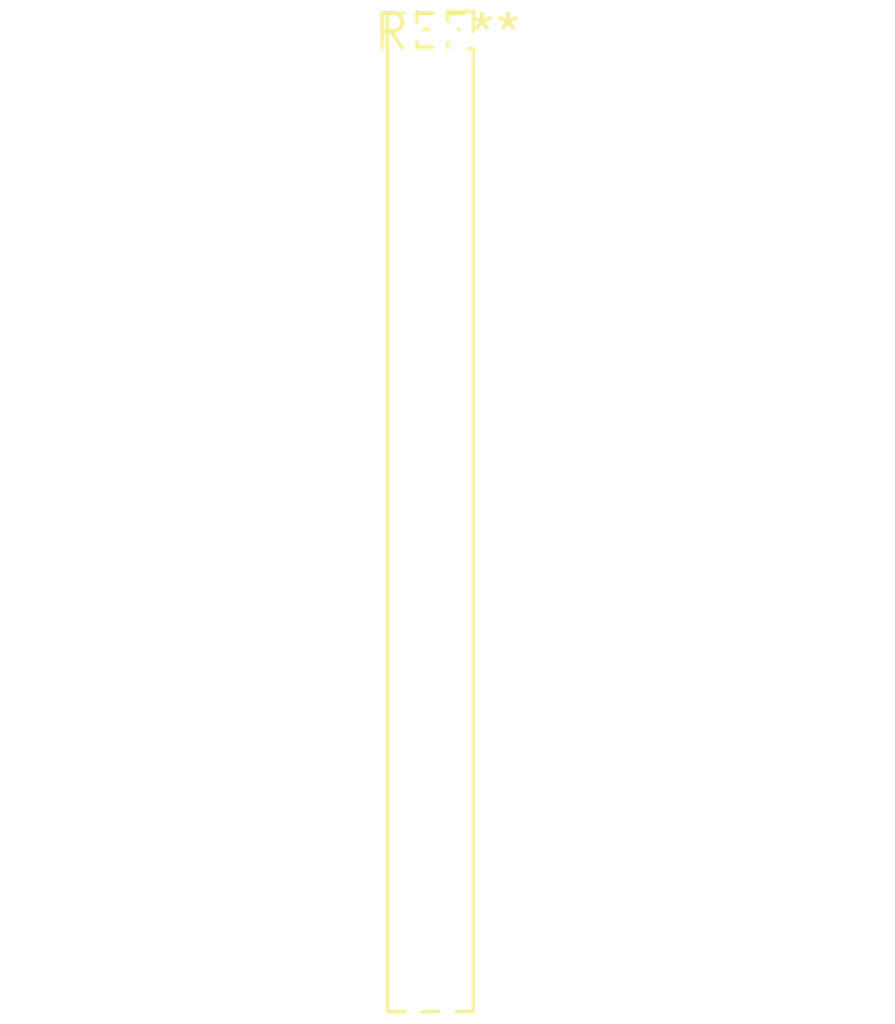
<source format=kicad_pcb>
(kicad_pcb (version 20240108) (generator pcbnew)
  (layers (0 "F.Cu" signal) (31 "B.Cu" signal) (34 "B.Paste" user) (35 "F.Paste" user) (36 "B.SilkS" user "B.Silkscreen") (37 "F.SilkS" user "F.Silkscreen") (38 "B.Mask" user) (39 "F.Mask" user) (44 "Edge.Cuts" user))
  (net 0 "")
  (footprint "PinSocket_2x29_P1.27mm_Vertical" (layer "F.Cu") (at 0 0)
    (property "Reference" "REF**")
    (property "Value" "PinSocket_2x29_P1.27mm_Vertical")
    (fp_line (start -2.22 -0.695) (end -2.22 36.255) (layer "F.SilkS") (stroke (width 0.12)))
    (fp_line (start -2.22 -0.695) (end -1.57753 -0.695) (layer "F.SilkS") (stroke (width 0.12)))
    (fp_line (start -2.22 36.255) (end -1.57753 36.255) (layer "F.SilkS") (stroke (width 0.12)))
    (fp_line (start -0.96247 -0.695) (end -0.76 -0.695) (layer "F.SilkS") (stroke (width 0.12)))
    (fp_line (start -0.96247 36.255) (end -0.30753 36.255) (layer "F.SilkS") (stroke (width 0.12)))
    (fp_line (start 0 -0.76) (end 0.95 -0.76) (layer "F.SilkS") (stroke (width 0.12)))
    (fp_line (start 0.30753 36.255) (end 0.95 36.255) (layer "F.SilkS") (stroke (width 0.12)))
    (fp_line (start 0.76 0.635) (end 0.95 0.635) (layer "F.SilkS") (stroke (width 0.12)))
    (fp_line (start 0.95 -0.76) (end 0.95 0) (layer "F.SilkS") (stroke (width 0.12)))
    (fp_line (start 0.95 0.635) (end 0.95 36.255) (layer "F.SilkS") (stroke (width 0.12)))
    (pad "1" thru_hole rect (at 0 0) (size 1 1) (drill 0.7) (layers *.Cu *.Mask) (remove_unused_layers))
    (pad "2" thru_hole oval (at -1.27 0) (size 1 1) (drill 0.7) (layers *.Cu *.Mask) (remove_unused_layers))
    (pad "3" thru_hole oval (at 0 1.27) (size 1 1) (drill 0.7) (layers *.Cu *.Mask) (remove_unused_layers))
    (pad "4" thru_hole oval (at -1.27 1.27) (size 1 1) (drill 0.7) (layers *.Cu *.Mask) (remove_unused_layers))
    (pad "5" thru_hole oval (at 0 2.54) (size 1 1) (drill 0.7) (layers *.Cu *.Mask) (remove_unused_layers))
    (pad "6" thru_hole oval (at -1.27 2.54) (size 1 1) (drill 0.7) (layers *.Cu *.Mask) (remove_unused_layers))
    (pad "7" thru_hole oval (at 0 3.81) (size 1 1) (drill 0.7) (layers *.Cu *.Mask) (remove_unused_layers))
    (pad "8" thru_hole oval (at -1.27 3.81) (size 1 1) (drill 0.7) (layers *.Cu *.Mask) (remove_unused_layers))
    (pad "9" thru_hole oval (at 0 5.08) (size 1 1) (drill 0.7) (layers *.Cu *.Mask) (remove_unused_layers))
    (pad "10" thru_hole oval (at -1.27 5.08) (size 1 1) (drill 0.7) (layers *.Cu *.Mask) (remove_unused_layers))
    (pad "11" thru_hole oval (at 0 6.35) (size 1 1) (drill 0.7) (layers *.Cu *.Mask) (remove_unused_layers))
    (pad "12" thru_hole oval (at -1.27 6.35) (size 1 1) (drill 0.7) (layers *.Cu *.Mask) (remove_unused_layers))
    (pad "13" thru_hole oval (at 0 7.62) (size 1 1) (drill 0.7) (layers *.Cu *.Mask) (remove_unused_layers))
    (pad "14" thru_hole oval (at -1.27 7.62) (size 1 1) (drill 0.7) (layers *.Cu *.Mask) (remove_unused_layers))
    (pad "15" thru_hole oval (at 0 8.89) (size 1 1) (drill 0.7) (layers *.Cu *.Mask) (remove_unused_layers))
    (pad "16" thru_hole oval (at -1.27 8.89) (size 1 1) (drill 0.7) (layers *.Cu *.Mask) (remove_unused_layers))
    (pad "17" thru_hole oval (at 0 10.16) (size 1 1) (drill 0.7) (layers *.Cu *.Mask) (remove_unused_layers))
    (pad "18" thru_hole oval (at -1.27 10.16) (size 1 1) (drill 0.7) (layers *.Cu *.Mask) (remove_unused_layers))
    (pad "19" thru_hole oval (at 0 11.43) (size 1 1) (drill 0.7) (layers *.Cu *.Mask) (remove_unused_layers))
    (pad "20" thru_hole oval (at -1.27 11.43) (size 1 1) (drill 0.7) (layers *.Cu *.Mask) (remove_unused_layers))
    (pad "21" thru_hole oval (at 0 12.7) (size 1 1) (drill 0.7) (layers *.Cu *.Mask) (remove_unused_layers))
    (pad "22" thru_hole oval (at -1.27 12.7) (size 1 1) (drill 0.7) (layers *.Cu *.Mask) (remove_unused_layers))
    (pad "23" thru_hole oval (at 0 13.97) (size 1 1) (drill 0.7) (layers *.Cu *.Mask) (remove_unused_layers))
    (pad "24" thru_hole oval (at -1.27 13.97) (size 1 1) (drill 0.7) (layers *.Cu *.Mask) (remove_unused_layers))
    (pad "25" thru_hole oval (at 0 15.24) (size 1 1) (drill 0.7) (layers *.Cu *.Mask) (remove_unused_layers))
    (pad "26" thru_hole oval (at -1.27 15.24) (size 1 1) (drill 0.7) (layers *.Cu *.Mask) (remove_unused_layers))
    (pad "27" thru_hole oval (at 0 16.51) (size 1 1) (drill 0.7) (layers *.Cu *.Mask) (remove_unused_layers))
    (pad "28" thru_hole oval (at -1.27 16.51) (size 1 1) (drill 0.7) (layers *.Cu *.Mask) (remove_unused_layers))
    (pad "29" thru_hole oval (at 0 17.78) (size 1 1) (drill 0.7) (layers *.Cu *.Mask) (remove_unused_layers))
    (pad "30" thru_hole oval (at -1.27 17.78) (size 1 1) (drill 0.7) (layers *.Cu *.Mask) (remove_unused_layers))
    (pad "31" thru_hole oval (at 0 19.05) (size 1 1) (drill 0.7) (layers *.Cu *.Mask) (remove_unused_layers))
    (pad "32" thru_hole oval (at -1.27 19.05) (size 1 1) (drill 0.7) (layers *.Cu *.Mask) (remove_unused_layers))
    (pad "33" thru_hole oval (at 0 20.32) (size 1 1) (drill 0.7) (layers *.Cu *.Mask) (remove_unused_layers))
    (pad "34" thru_hole oval (at -1.27 20.32) (size 1 1) (drill 0.7) (layers *.Cu *.Mask) (remove_unused_layers))
    (pad "35" thru_hole oval (at 0 21.59) (size 1 1) (drill 0.7) (layers *.Cu *.Mask) (remove_unused_layers))
    (pad "36" thru_hole oval (at -1.27 21.59) (size 1 1) (drill 0.7) (layers *.Cu *.Mask) (remove_unused_layers))
    (pad "37" thru_hole oval (at 0 22.86) (size 1 1) (drill 0.7) (layers *.Cu *.Mask) (remove_unused_layers))
    (pad "38" thru_hole oval (at -1.27 22.86) (size 1 1) (drill 0.7) (layers *.Cu *.Mask) (remove_unused_layers))
    (pad "39" thru_hole oval (at 0 24.13) (size 1 1) (drill 0.7) (layers *.Cu *.Mask) (remove_unused_layers))
    (pad "40" thru_hole oval (at -1.27 24.13) (size 1 1) (drill 0.7) (layers *.Cu *.Mask) (remove_unused_layers))
    (pad "41" thru_hole oval (at 0 25.4) (size 1 1) (drill 0.7) (layers *.Cu *.Mask) (remove_unused_layers))
    (pad "42" thru_hole oval (at -1.27 25.4) (size 1 1) (drill 0.7) (layers *.Cu *.Mask) (remove_unused_layers))
    (pad "43" thru_hole oval (at 0 26.67) (size 1 1) (drill 0.7) (layers *.Cu *.Mask) (remove_unused_layers))
    (pad "44" thru_hole oval (at -1.27 26.67) (size 1 1) (drill 0.7) (layers *.Cu *.Mask) (remove_unused_layers))
    (pad "45" thru_hole oval (at 0 27.94) (size 1 1) (drill 0.7) (layers *.Cu *.Mask) (remove_unused_layers))
    (pad "46" thru_hole oval (at -1.27 27.94) (size 1 1) (drill 0.7) (layers *.Cu *.Mask) (remove_unused_layers))
    (pad "47" thru_hole oval (at 0 29.21) (size 1 1) (drill 0.7) (layers *.Cu *.Mask) (remove_unused_layers))
    (pad "48" thru_hole oval (at -1.27 29.21) (size 1 1) (drill 0.7) (layers *.Cu *.Mask) (remove_unused_layers))
    (pad "49" thru_hole oval (at 0 30.48) (size 1 1) (drill 0.7) (layers *.Cu *.Mask) (remove_unused_layers))
    (pad "50" thru_hole oval (at -1.27 30.48) (size 1 1) (drill 0.7) (layers *.Cu *.Mask) (remove_unused_layers))
    (pad "51" thru_hole oval (at 0 31.75) (size 1 1) (drill 0.7) (layers *.Cu *.Mask) (remove_unused_layers))
    (pad "52" thru_hole oval (at -1.27 31.75) (size 1 1) (drill 0.7) (layers *.Cu *.Mask) (remove_unused_layers))
    (pad "53" thru_hole oval (at 0 33.02) (size 1 1) (drill 0.7) (layers *.Cu *.Mask) (remove_unused_layers))
    (pad "54" thru_hole oval (at -1.27 33.02) (size 1 1) (drill 0.7) (layers *.Cu *.Mask) (remove_unused_layers))
    (pad "55" thru_hole oval (at 0 34.29) (size 1 1) (drill 0.7) (layers *.Cu *.Mask) (remove_unused_layers))
    (pad "56" thru_hole oval (at -1.27 34.29) (size 1 1) (drill 0.7) (layers *.Cu *.Mask) (remove_unused_layers))
    (pad "57" thru_hole oval (at 0 35.56) (size 1 1) (drill 0.7) (layers *.Cu *.Mask) (remove_unused_layers))
    (pad "58" thru_hole oval (at -1.27 35.56) (size 1 1) (drill 0.7) (layers *.Cu *.Mask) (remove_unused_layers))
  )
)
</source>
